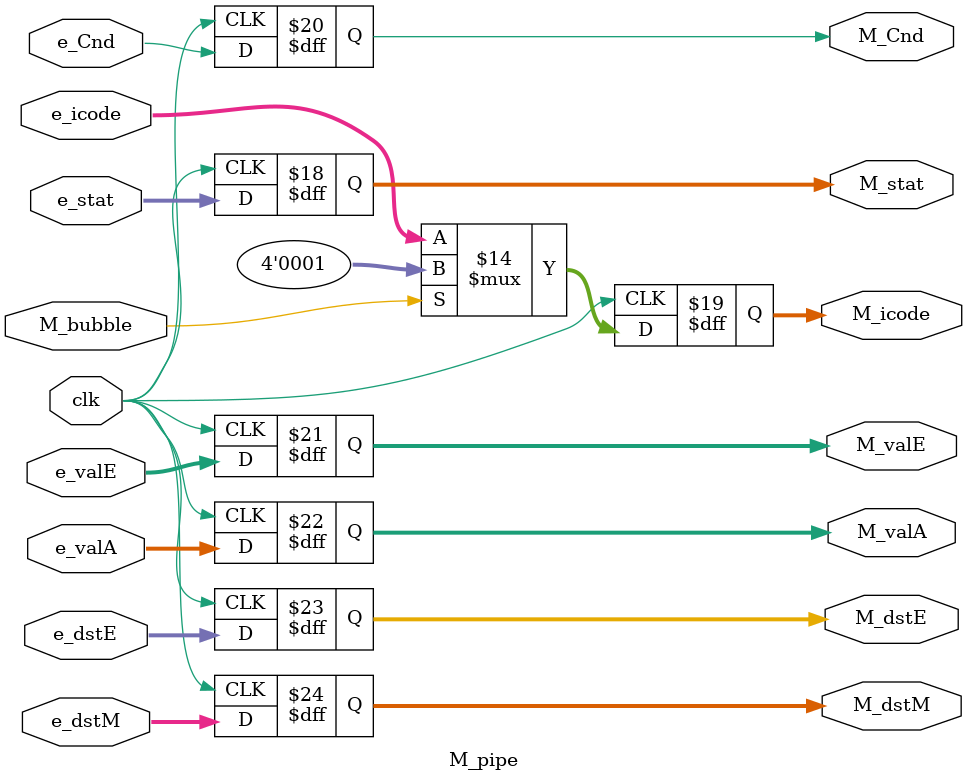
<source format=v>
`timescale 1ns / 1ps

module M_pipe (
    input clk,
    input [2:0] e_stat,
    input [3:0] e_icode,
    input e_Cnd,
    input [63:0] e_valE,
    input [63:0] e_valA,
    input [3:0] e_dstE,
    input [3:0] e_dstM,
    input M_bubble,

    output reg [2:0] M_stat,
    output reg [3:0] M_icode,
    output reg M_Cnd,
    output reg [63:0] M_valE,
    output reg [63:0] M_valA,
    output reg [3:0] M_dstE,
    output reg [3:0] M_dstM
);

always @ (posedge clk)
begin
    if (M_bubble == 0)
    begin
        M_stat <= e_stat;
        M_icode <= e_icode;
        M_Cnd <= e_Cnd;
        M_valE <= e_valE;
        M_valA <= e_valA;
        M_dstE <= e_dstE;
        M_dstM <= e_dstM;
    end

    else
    begin
        M_stat <= e_stat;
        M_icode <= 4'b0001;
        M_Cnd <= e_Cnd;
        M_valE <= e_valE;
        M_valA <= e_valA;
        M_dstE <= e_dstE;
        M_dstM <= e_dstM;
    end
end

endmodule

</source>
